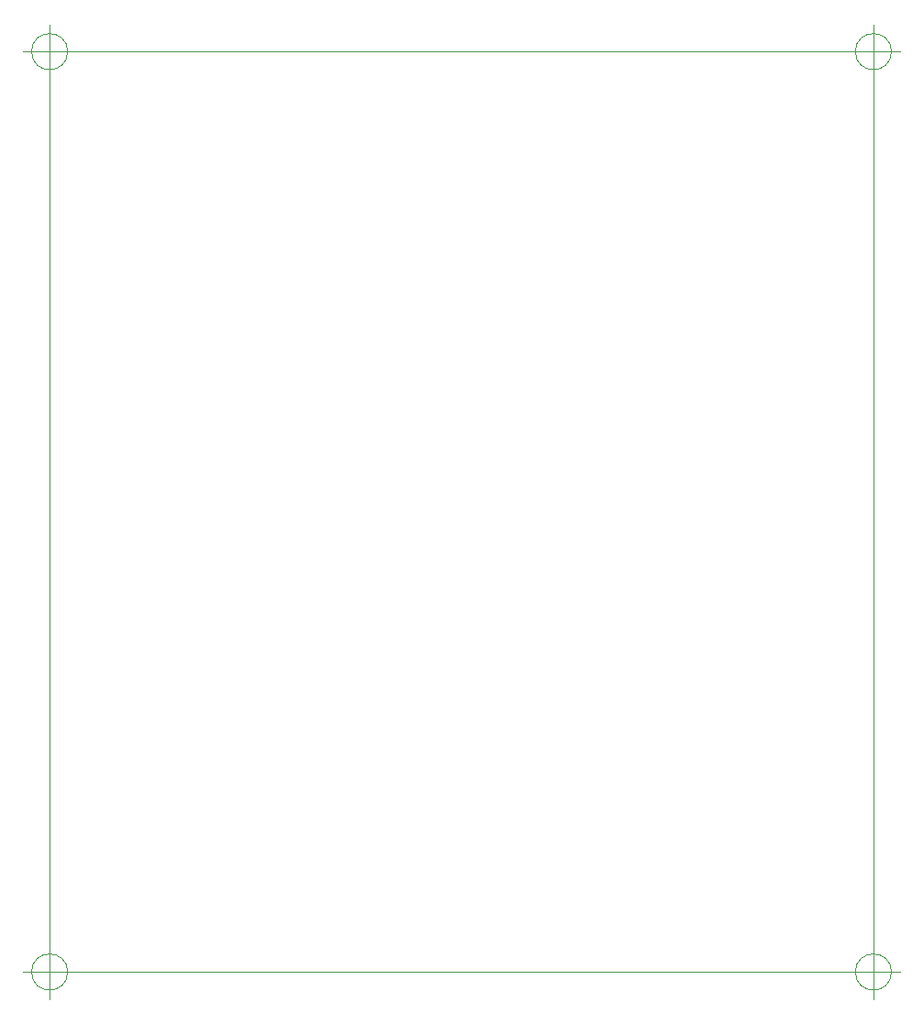
<source format=gbr>
%TF.GenerationSoftware,KiCad,Pcbnew,5.1.7-a382d34a8~88~ubuntu20.04.1*%
%TF.CreationDate,2020-11-25T22:11:35+00:00*%
%TF.ProjectId,flypi,666c7970-692e-46b6-9963-61645f706362,rev?*%
%TF.SameCoordinates,Original*%
%TF.FileFunction,Profile,NP*%
%FSLAX46Y46*%
G04 Gerber Fmt 4.6, Leading zero omitted, Abs format (unit mm)*
G04 Created by KiCad (PCBNEW 5.1.7-a382d34a8~88~ubuntu20.04.1) date 2020-11-25 22:11:35*
%MOMM*%
%LPD*%
G01*
G04 APERTURE LIST*
%TA.AperFunction,Profile*%
%ADD10C,0.100000*%
%TD*%
G04 APERTURE END LIST*
D10*
X106666666Y-134000000D02*
G75*
G03*
X106666666Y-134000000I-1666666J0D01*
G01*
X102500000Y-134000000D02*
X107500000Y-134000000D01*
X105000000Y-131500000D02*
X105000000Y-136500000D01*
X182766666Y-134000000D02*
G75*
G03*
X182766666Y-134000000I-1666666J0D01*
G01*
X178600000Y-134000000D02*
X183600000Y-134000000D01*
X181100000Y-131500000D02*
X181100000Y-136500000D01*
X105000000Y-49000000D02*
X105000000Y-134000000D01*
X181100000Y-49000000D02*
X105000000Y-49000000D01*
X181100000Y-134000000D02*
X181100000Y-49000000D01*
X105000000Y-134000000D02*
X181100000Y-134000000D01*
X106666666Y-49000000D02*
G75*
G03*
X106666666Y-49000000I-1666666J0D01*
G01*
X102500000Y-49000000D02*
X107500000Y-49000000D01*
X105000000Y-46500000D02*
X105000000Y-51500000D01*
X182766666Y-49000000D02*
G75*
G03*
X182766666Y-49000000I-1666666J0D01*
G01*
X178600000Y-49000000D02*
X183600000Y-49000000D01*
X181100000Y-46500000D02*
X181100000Y-51500000D01*
X106000000Y-134000000D02*
X105000000Y-134000000D01*
X105150000Y-49000000D02*
X108400000Y-49000000D01*
X105150000Y-49000000D02*
X105000000Y-49000000D01*
X181050000Y-134000000D02*
X181100000Y-134000000D01*
X181000000Y-134000000D02*
X181100000Y-134000000D01*
M02*

</source>
